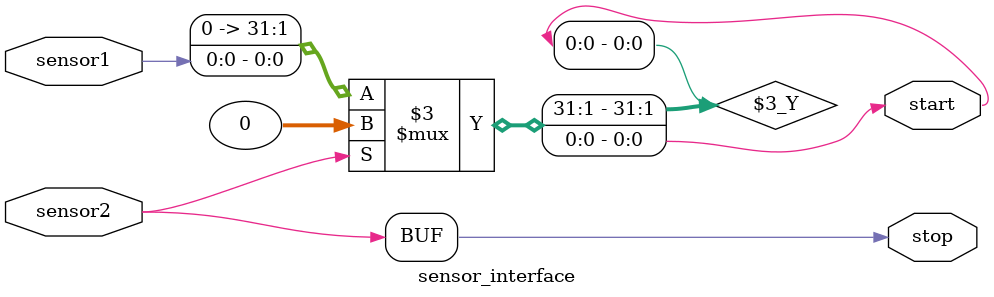
<source format=v>
module sensor_interface(sensor1, sensor2, start, stop);

input sensor1, sensor2;
output reg start, stop;

always @( * )
begin

start= sensor2? 0 : sensor1;
stop = sensor2;

end

endmodule 
</source>
